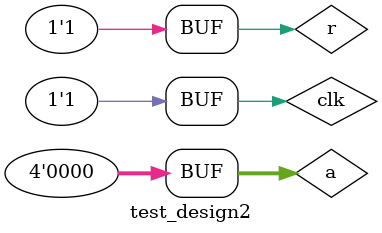
<source format=v>
  module d2(y,x,w1,w,t,r,clk);
  output [9:0]y;
  input [7:0]x;
  input [9:0]w;
  input w1,t,r,clk;
  wire c1,c2,c3,c4,c5,c6,c7,c8,c9,c10,s1,s2,s3,s4,s5,s6,s7,s8,s9,s10;
  wire a1,a2,a3,a4,a5,a6,a7,a8,a9,a10,b1,b2,b3,b4,b5,b6,b7,b8,b9,b10;
  assign y={s1,s2,s3,s4,s5,s6,s7,s8,s9,s10};
  ///////////////////////////////////////////////////////////////////////////////////////
  assign a1=(s1&t);
  assign a2=(x[7]&~t)|(s2&t);
  assign a3=(x[6]&~t)|(s3&t);
  assign a4=(x[5]&~t)|(s4&t);
  assign a5=(x[4]&~t)|(s5&t);
  assign a6=(x[3]&~t)|(s6&t);
  assign a7=(x[2]&~t)|(s7&t);
  assign a8=(x[1]&~t)|(s8&t);
  assign a9=(x[0]&~t)|(s9&t);
  //////////////////////////////////////////////////////////////////////////////////////
  assign b1=(c1&t)|(w1&~t);
  assign b2=(c2&t)|(w1&~t);
  assign b3=(c3&t)|(w1&~t);
  assign b4=(c4&t)|(w1&~t);
  assign b5=(c5&t)|(w1&~t);
  assign b6=(c6&t)|(w1&~t);
  assign b7=(c7&t)|(w1&~t);
  assign b8=(c8&t)|(w1&~t);
  assign b9=(c9&t)|(w1&~t);
  assign b10=(c10&t)|(w1&~t);
  //////////////////////////////////////////////////////////////////////////////////////
  csa cs1(s1,c1,w[9],a1,b1,r,clk);
  csa cs2(s2,c2,w[8],a1,b2,r,clk);
  csa cs3(s3,c3,w[7],a2,b3,r,clk);
  csa cs4(s4,c4,w[6],a3,b4,r,clk);
  csa cs5(s5,c5,w[5],a4,b5,r,clk);
  csa cs6(s6,c6,w[4],a5,b6,r,clk);
  csa cs7(s7,c7,w[3],a6,b7,r,clk);
  csa cs8(s8,c8,w[2],a7,b8,r,clk);
  csa cs9(s9,c9,w[3],a8,b9,r,clk);
  csa cs10(s10,c10,w[2],a9,b10,r,clk);
endmodule

module test_design2();
reg [3:0]a;
reg r,clk;
d2 testd2(a,r,clk);
initial
begin
r=0;
#10;
r=1;
#10;
clk=0;
#80;
//////////////////////////////////////////////////
a=4'b0111;
#50;
clk=1;
#50;
////////////////////////////////////////////
clk=0;
#10;
a=4'b1010;
#50
clk=1;
#40;
////////////////////////////////////////////
clk=0;
#10;
a=4'b1101;
#50
clk=1;
#40;
////////////////////////////////////////////
clk=0;
#10;
a=4'b1011;
#50
clk=1;
#40;
////////////////////////////////////////////
clk=0;
#10;
a=4'b0000;
#50
clk=1;
#40;
////////////////////////////////////////////
clk=0;
#10;
a=4'b0000;
#50
clk=1;
#40;
////////////////////////////////////////////
clk=0;
#10;
a=4'b0000;
#50
clk=1;
#40;
////////////////////////////////////////////
end
endmodule
</source>
